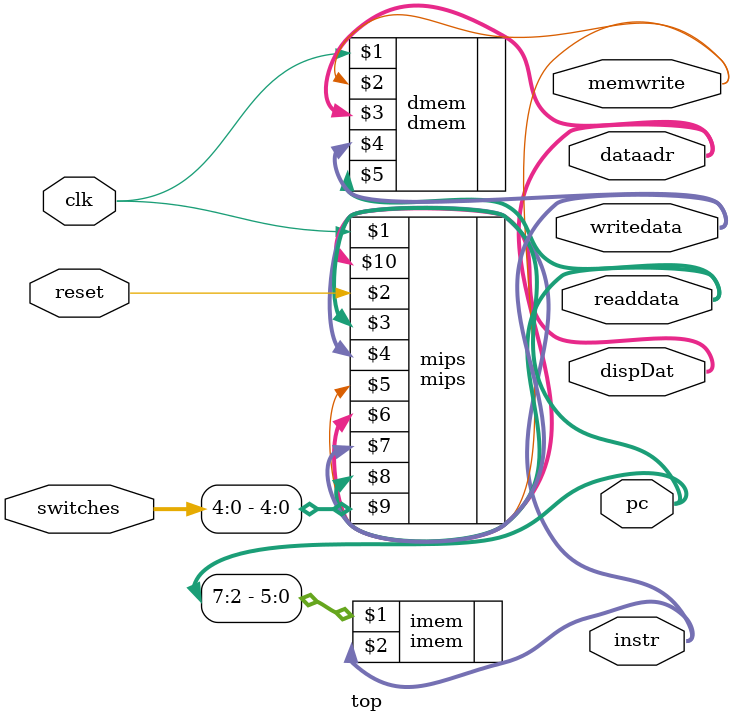
<source format=v>
`timescale 1ns / 1ps
module top(input	clk, reset,
	output [31:0] writedata, dataadr,
	output memwrite,
	output [31:0] pc, instr, readdata,
	input		[ 7:0]	switches,
	output [31:0] dispDat
    );

// Instantiate processor and memories	
	mips 	mips	(clk, reset, pc, instr, memwrite, dataadr, writedata, readdata, switches[4:0], dispDat);
	imem 	imem	(pc[7:2], instr);
	dmem	dmem	(clk, memwrite, dataadr, writedata, readdata);
endmodule

</source>
